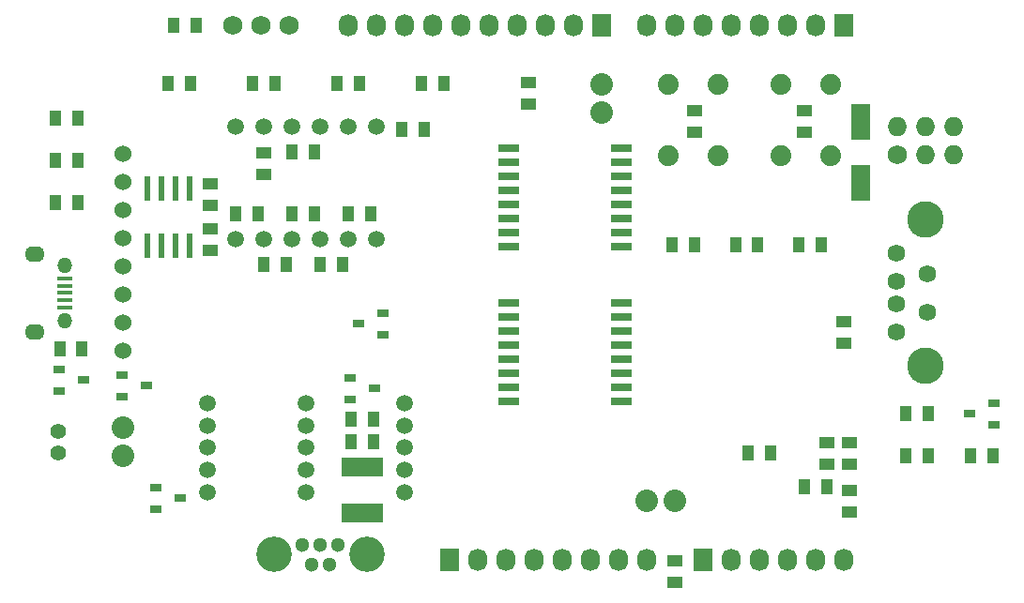
<source format=gbs>
G04 #@! TF.FileFunction,Soldermask,Bot*
%FSLAX46Y46*%
G04 Gerber Fmt 4.6, Leading zero omitted, Abs format (unit mm)*
G04 Created by KiCad (PCBNEW (2015-06-26 BZR 5832)-product) date Samstag, 01. August 2015 00:29:42*
%MOMM*%
G01*
G04 APERTURE LIST*
%ADD10C,0.150000*%
%ADD11O,1.300000X1.450000*%
%ADD12R,1.350000X0.400000*%
%ADD13O,1.800000X1.400000*%
%ADD14R,1.000760X0.800100*%
%ADD15R,1.099820X1.399540*%
%ADD16R,1.399540X1.099820*%
%ADD17C,3.302000*%
%ADD18C,1.587500*%
%ADD19C,1.300000*%
%ADD20C,3.200000*%
%ADD21R,3.700780X1.800860*%
%ADD22R,0.609600X2.207260*%
%ADD23C,1.727200*%
%ADD24C,2.032000*%
%ADD25O,2.032000X2.032000*%
%ADD26O,1.727200X1.727200*%
%ADD27R,1.727200X2.032000*%
%ADD28O,1.727200X2.032000*%
%ADD29C,1.524000*%
%ADD30C,1.500000*%
%ADD31C,1.879600*%
%ADD32R,1.699260X3.299460*%
%ADD33C,1.422400*%
%ADD34R,1.905000X0.635000*%
G04 APERTURE END LIST*
D10*
D11*
X101379000Y-93258000D03*
X101379000Y-98258000D03*
D12*
X101379000Y-95758000D03*
X101379000Y-95108000D03*
X101379000Y-94458000D03*
X101379000Y-96408000D03*
X101379000Y-97058000D03*
D13*
X98679000Y-92258000D03*
X98679000Y-99258000D03*
D14*
X108795820Y-104140000D03*
X106596180Y-103187500D03*
X106596180Y-105092500D03*
X111843820Y-114300000D03*
X109644180Y-113347500D03*
X109644180Y-115252500D03*
D15*
X102979220Y-100838000D03*
X100982780Y-100838000D03*
X183151780Y-110490000D03*
X185148220Y-110490000D03*
X167657780Y-91440000D03*
X169654220Y-91440000D03*
X158224220Y-91440000D03*
X156227780Y-91440000D03*
X129268220Y-109220000D03*
X127271780Y-109220000D03*
X129268220Y-107188000D03*
X127271780Y-107188000D03*
D16*
X171704000Y-100312220D03*
X171704000Y-98315780D03*
D15*
X165082220Y-110236000D03*
X163085780Y-110236000D03*
D17*
X179070000Y-89154000D03*
X179070000Y-102362000D03*
D18*
X179197000Y-94043500D03*
X179197000Y-97472500D03*
X176403000Y-94742000D03*
X176403000Y-92202000D03*
X176403000Y-96774000D03*
X176403000Y-99314000D03*
D19*
X126060000Y-118480000D03*
X125260000Y-120280000D03*
X124460000Y-118480000D03*
X123660000Y-120280000D03*
X122860000Y-118480000D03*
D20*
X120260000Y-119380000D03*
X128660000Y-119380000D03*
D14*
X103080820Y-103632000D03*
X100881180Y-102679500D03*
X100881180Y-104584500D03*
X183050180Y-106680000D03*
X185249820Y-107632500D03*
X185249820Y-105727500D03*
X129369820Y-104394000D03*
X127170180Y-103441500D03*
X127170180Y-105346500D03*
D21*
X128270000Y-115587780D03*
X128270000Y-111488220D03*
D22*
X112649000Y-91516200D03*
X111379000Y-91516200D03*
X110109000Y-91516200D03*
X108839000Y-91516200D03*
X108839000Y-86283800D03*
X110109000Y-86283800D03*
X111379000Y-86283800D03*
X112649000Y-86283800D03*
D23*
X121666000Y-71628000D03*
X119126000Y-71628000D03*
X116586000Y-71628000D03*
D24*
X153924000Y-114554000D03*
D25*
X156464000Y-114554000D03*
D24*
X106680000Y-110490000D03*
D25*
X106680000Y-107950000D03*
D24*
X149860000Y-76962000D03*
D25*
X149860000Y-79502000D03*
D23*
X176530000Y-83312000D03*
D26*
X176530000Y-80772000D03*
X179070000Y-83312000D03*
X179070000Y-80772000D03*
X181610000Y-83312000D03*
X181610000Y-80772000D03*
D27*
X149860000Y-71628000D03*
D28*
X147320000Y-71628000D03*
X144780000Y-71628000D03*
X142240000Y-71628000D03*
X139700000Y-71628000D03*
X137160000Y-71628000D03*
X134620000Y-71628000D03*
X132080000Y-71628000D03*
X129540000Y-71628000D03*
X127000000Y-71628000D03*
D27*
X171704000Y-71628000D03*
D28*
X169164000Y-71628000D03*
X166624000Y-71628000D03*
X164084000Y-71628000D03*
X161544000Y-71628000D03*
X159004000Y-71628000D03*
X156464000Y-71628000D03*
X153924000Y-71628000D03*
D27*
X136144000Y-119888000D03*
D28*
X138684000Y-119888000D03*
X141224000Y-119888000D03*
X143764000Y-119888000D03*
X146304000Y-119888000D03*
X148844000Y-119888000D03*
X151384000Y-119888000D03*
X153924000Y-119888000D03*
D27*
X159004000Y-119888000D03*
D28*
X161544000Y-119888000D03*
X164084000Y-119888000D03*
X166624000Y-119888000D03*
X169164000Y-119888000D03*
X171704000Y-119888000D03*
D29*
X106680000Y-100965000D03*
X106680000Y-98425000D03*
X106680000Y-95885000D03*
X106680000Y-93345000D03*
X106680000Y-90805000D03*
X106680000Y-88265000D03*
X106680000Y-85725000D03*
X106680000Y-83185000D03*
D14*
X127932180Y-98552000D03*
X130131820Y-99504500D03*
X130131820Y-97599500D03*
D16*
X114554000Y-87866220D03*
X114554000Y-85869780D03*
X114554000Y-91930220D03*
X114554000Y-89933780D03*
D15*
X111269780Y-71628000D03*
X113266220Y-71628000D03*
X100601780Y-87630000D03*
X102598220Y-87630000D03*
X100601780Y-83820000D03*
X102598220Y-83820000D03*
X112758220Y-76835000D03*
X110761780Y-76835000D03*
X120378220Y-76835000D03*
X118381780Y-76835000D03*
X127998220Y-76835000D03*
X126001780Y-76835000D03*
X135618220Y-76835000D03*
X133621780Y-76835000D03*
D16*
X119380000Y-83075780D03*
X119380000Y-85072220D03*
D15*
X131843780Y-81026000D03*
X133840220Y-81026000D03*
X124477780Y-93218000D03*
X126474220Y-93218000D03*
X119397780Y-93218000D03*
X121394220Y-93218000D03*
X116857780Y-88646000D03*
X118854220Y-88646000D03*
X121937780Y-83058000D03*
X123934220Y-83058000D03*
X127017780Y-88646000D03*
X129014220Y-88646000D03*
X121937780Y-88646000D03*
X123934220Y-88646000D03*
X161942780Y-91440000D03*
X163939220Y-91440000D03*
D16*
X168148000Y-81262220D03*
X168148000Y-79265780D03*
X170180000Y-111234220D03*
X170180000Y-109237780D03*
X172212000Y-109237780D03*
X172212000Y-111234220D03*
D15*
X179306220Y-106680000D03*
X177309780Y-106680000D03*
X179306220Y-110490000D03*
X177309780Y-110490000D03*
X100601780Y-80010000D03*
X102598220Y-80010000D03*
D16*
X143256000Y-78722220D03*
X143256000Y-76725780D03*
X158242000Y-81262220D03*
X158242000Y-79265780D03*
D30*
X114300000Y-109728000D03*
X114300000Y-111728000D03*
X114300000Y-113728000D03*
X114300000Y-107728000D03*
X114300000Y-105728000D03*
X123190000Y-109728000D03*
X123190000Y-111728000D03*
X123190000Y-113728000D03*
X123190000Y-107728000D03*
X123190000Y-105728000D03*
X132080000Y-109728000D03*
X132080000Y-107728000D03*
X132080000Y-105728000D03*
X132080000Y-111728000D03*
X132080000Y-113728000D03*
D31*
X166014400Y-83388200D03*
X166014400Y-76885800D03*
X170535600Y-83388200D03*
X170535600Y-76885800D03*
X155854400Y-83388200D03*
X155854400Y-76885800D03*
X160375600Y-83388200D03*
X160375600Y-76885800D03*
D30*
X121920000Y-90932000D03*
X119380000Y-90932000D03*
X116840000Y-90932000D03*
X124460000Y-90932000D03*
X127000000Y-90932000D03*
X129540000Y-90932000D03*
X129540000Y-80772000D03*
X127000000Y-80772000D03*
X124460000Y-80772000D03*
X121920000Y-80772000D03*
X119380000Y-80772000D03*
X116840000Y-80772000D03*
D16*
X172212000Y-113555780D03*
X172212000Y-115552220D03*
D15*
X170162220Y-113284000D03*
X168165780Y-113284000D03*
D32*
X173228000Y-85808820D03*
X173228000Y-80307180D03*
D33*
X100838000Y-108221780D03*
X100838000Y-110218220D03*
D16*
X156464000Y-119905780D03*
X156464000Y-121902220D03*
D34*
X141478000Y-105537000D03*
X141478000Y-104267000D03*
X141478000Y-102997000D03*
X141478000Y-101727000D03*
X141478000Y-100457000D03*
X141478000Y-99187000D03*
X141478000Y-97917000D03*
X141478000Y-96647000D03*
X151638000Y-96647000D03*
X151638000Y-97917000D03*
X151638000Y-99187000D03*
X151638000Y-100457000D03*
X151638000Y-101727000D03*
X151638000Y-102997000D03*
X151638000Y-104267000D03*
X151638000Y-105537000D03*
X141478000Y-91567000D03*
X141478000Y-90297000D03*
X141478000Y-89027000D03*
X141478000Y-87757000D03*
X141478000Y-86487000D03*
X141478000Y-85217000D03*
X141478000Y-83947000D03*
X141478000Y-82677000D03*
X151638000Y-82677000D03*
X151638000Y-83947000D03*
X151638000Y-85217000D03*
X151638000Y-86487000D03*
X151638000Y-87757000D03*
X151638000Y-89027000D03*
X151638000Y-90297000D03*
X151638000Y-91567000D03*
M02*

</source>
